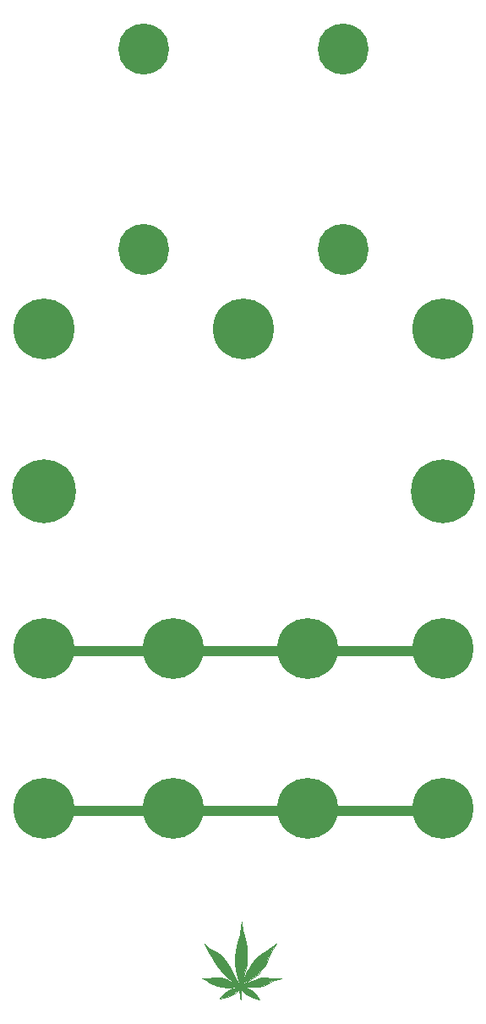
<source format=gbr>
G04 #@! TF.GenerationSoftware,KiCad,Pcbnew,(5.1.5-0)*
G04 #@! TF.CreationDate,2021-01-14T18:31:16-08:00*
G04 #@! TF.ProjectId,hypster,68797073-7465-4722-9e6b-696361645f70,rev?*
G04 #@! TF.SameCoordinates,Original*
G04 #@! TF.FileFunction,Copper,L1,Top*
G04 #@! TF.FilePolarity,Positive*
%FSLAX46Y46*%
G04 Gerber Fmt 4.6, Leading zero omitted, Abs format (unit mm)*
G04 Created by KiCad (PCBNEW (5.1.5-0)) date 2021-01-14 18:31:16*
%MOMM*%
%LPD*%
G04 APERTURE LIST*
%ADD10C,1.000000*%
%ADD11C,0.100000*%
%ADD12C,6.400000*%
%ADD13C,5.100000*%
%ADD14C,6.100000*%
G04 APERTURE END LIST*
D10*
X9750000Y-356250000D02*
X49750000Y-356250000D01*
X10250000Y-340250000D02*
X50250000Y-340250000D01*
D11*
G36*
X26596400Y-369774900D02*
G01*
X26913900Y-370016200D01*
X27479050Y-370333700D01*
X28075950Y-370765500D01*
X28450600Y-371146500D01*
X28850650Y-371711650D01*
X29447550Y-372892750D01*
X29746000Y-373457900D01*
X29758700Y-373470600D01*
X29428500Y-373496000D01*
X29326900Y-373445200D01*
X28971300Y-373197550D01*
X28564900Y-372829250D01*
X28234700Y-372480000D01*
X27879100Y-372048200D01*
X27599700Y-371629100D01*
X27409200Y-371375100D01*
X27155200Y-370917900D01*
X26901200Y-370549600D01*
X26659900Y-370130500D01*
X26380500Y-369571700D01*
X26596400Y-369774900D01*
G37*
X26596400Y-369774900D02*
X26913900Y-370016200D01*
X27479050Y-370333700D01*
X28075950Y-370765500D01*
X28450600Y-371146500D01*
X28850650Y-371711650D01*
X29447550Y-372892750D01*
X29746000Y-373457900D01*
X29758700Y-373470600D01*
X29428500Y-373496000D01*
X29326900Y-373445200D01*
X28971300Y-373197550D01*
X28564900Y-372829250D01*
X28234700Y-372480000D01*
X27879100Y-372048200D01*
X27599700Y-371629100D01*
X27409200Y-371375100D01*
X27155200Y-370917900D01*
X26901200Y-370549600D01*
X26659900Y-370130500D01*
X26380500Y-369571700D01*
X26596400Y-369774900D01*
G36*
X28002925Y-372953075D02*
G01*
X28339475Y-373048325D01*
X28603000Y-373140400D01*
X29301500Y-373546800D01*
X29331980Y-373574740D01*
X29339600Y-373559500D01*
X29339600Y-373572200D01*
X29331980Y-373574740D01*
X29250700Y-373737300D01*
X29644400Y-373877000D01*
X29434850Y-373902400D01*
X29041150Y-373927800D01*
X28564900Y-373927800D01*
X28120400Y-373864300D01*
X27637800Y-373750000D01*
X27244100Y-373635700D01*
X26837700Y-373407100D01*
X26520200Y-373178500D01*
X26113800Y-373051500D01*
X26761500Y-373000700D01*
X27294900Y-372962600D01*
X27758450Y-372956250D01*
X28002925Y-372953075D01*
G37*
X28002925Y-372953075D02*
X28339475Y-373048325D01*
X28603000Y-373140400D01*
X29301500Y-373546800D01*
X29331980Y-373574740D01*
X29339600Y-373559500D01*
X29339600Y-373572200D01*
X29331980Y-373574740D01*
X29250700Y-373737300D01*
X29644400Y-373877000D01*
X29434850Y-373902400D01*
X29041150Y-373927800D01*
X28564900Y-373927800D01*
X28120400Y-373864300D01*
X27637800Y-373750000D01*
X27244100Y-373635700D01*
X26837700Y-373407100D01*
X26520200Y-373178500D01*
X26113800Y-373051500D01*
X26761500Y-373000700D01*
X27294900Y-372962600D01*
X27758450Y-372956250D01*
X28002925Y-372953075D01*
G36*
X29866650Y-374016700D02*
G01*
X29498350Y-374448500D01*
X29060200Y-374721550D01*
X28679200Y-374861250D01*
X27929900Y-375026350D01*
X28412500Y-374499300D01*
X28806200Y-374232600D01*
X29174500Y-374029400D01*
X29644400Y-373953200D01*
X29669800Y-373953200D01*
X29866650Y-374016700D01*
G37*
X29866650Y-374016700D02*
X29498350Y-374448500D01*
X29060200Y-374721550D01*
X28679200Y-374861250D01*
X27929900Y-375026350D01*
X28412500Y-374499300D01*
X28806200Y-374232600D01*
X29174500Y-374029400D01*
X29644400Y-373953200D01*
X29669800Y-373953200D01*
X29866650Y-374016700D01*
G36*
X30000000Y-373534100D02*
G01*
X29788862Y-373727775D01*
X30007937Y-373823025D01*
X30758825Y-374365950D01*
X30577850Y-374461200D01*
X30000000Y-374004000D01*
X30012700Y-375096200D01*
X29898400Y-374956500D01*
X29892050Y-374067500D01*
X29936500Y-374067500D01*
X29555500Y-373851600D01*
X29269750Y-373699200D01*
X29434850Y-373419800D01*
X30000000Y-373534100D01*
G37*
X30000000Y-373534100D02*
X29788862Y-373727775D01*
X30007937Y-373823025D01*
X30758825Y-374365950D01*
X30577850Y-374461200D01*
X30000000Y-374004000D01*
X30012700Y-375096200D01*
X29898400Y-374956500D01*
X29892050Y-374067500D01*
X29936500Y-374067500D01*
X29555500Y-373851600D01*
X29269750Y-373699200D01*
X29434850Y-373419800D01*
X30000000Y-373534100D01*
G36*
X30641350Y-373991300D02*
G01*
X31193800Y-374270700D01*
X31520825Y-374597725D01*
X31655763Y-374827913D01*
X31887538Y-375097788D01*
X31581150Y-375013650D01*
X31327150Y-374937450D01*
X31149350Y-374873950D01*
X30774700Y-374740600D01*
X30415925Y-374546925D01*
X30155575Y-374261175D01*
X30031750Y-374099250D01*
X30095250Y-374137350D01*
X30069850Y-374073850D01*
X30133350Y-373902400D01*
X30641350Y-373991300D01*
G37*
X30641350Y-373991300D02*
X31193800Y-374270700D01*
X31520825Y-374597725D01*
X31655763Y-374827913D01*
X31887538Y-375097788D01*
X31581150Y-375013650D01*
X31327150Y-374937450D01*
X31149350Y-374873950D01*
X30774700Y-374740600D01*
X30415925Y-374546925D01*
X30155575Y-374261175D01*
X30031750Y-374099250D01*
X30095250Y-374137350D01*
X30069850Y-374073850D01*
X30133350Y-373902400D01*
X30641350Y-373991300D01*
G36*
X33073400Y-372988000D02*
G01*
X33505200Y-373013400D01*
X34083207Y-373023943D01*
X33403600Y-373178500D01*
X32971800Y-373369000D01*
X32628900Y-373584900D01*
X32209800Y-373750000D01*
X31676400Y-373838900D01*
X31231900Y-373864300D01*
X30654050Y-373845250D01*
X30076200Y-373826200D01*
X30012700Y-373750000D01*
X30228600Y-373686500D01*
X30235585Y-373635700D01*
X30551815Y-373508700D01*
X31085850Y-373280100D01*
X31638300Y-373076900D01*
X32032000Y-372962600D01*
X32476500Y-372962600D01*
X33073400Y-372988000D01*
G37*
X33073400Y-372988000D02*
X33505200Y-373013400D01*
X34083207Y-373023943D01*
X33403600Y-373178500D01*
X32971800Y-373369000D01*
X32628900Y-373584900D01*
X32209800Y-373750000D01*
X31676400Y-373838900D01*
X31231900Y-373864300D01*
X30654050Y-373845250D01*
X30076200Y-373826200D01*
X30012700Y-373750000D01*
X30228600Y-373686500D01*
X30235585Y-373635700D01*
X30551815Y-373508700D01*
X31085850Y-373280100D01*
X31638300Y-373076900D01*
X32032000Y-372962600D01*
X32476500Y-372962600D01*
X33073400Y-372988000D01*
G36*
X33060700Y-370333700D02*
G01*
X32819400Y-370829000D01*
X32616200Y-371286200D01*
X32355850Y-371806900D01*
X32082800Y-372162500D01*
X31771650Y-372575250D01*
X31301750Y-372968950D01*
X30800100Y-373305500D01*
X29695200Y-373902400D01*
X29720600Y-373572200D01*
X30025400Y-373521400D01*
X30273050Y-373083250D01*
X30488950Y-372619700D01*
X30654050Y-372289500D01*
X30838200Y-371997400D01*
X31003300Y-371679900D01*
X31282700Y-371324300D01*
X31562100Y-371006800D01*
X31892300Y-370714700D01*
X32235200Y-370486100D01*
X32616200Y-370232100D01*
X33009900Y-369965400D01*
X33543300Y-369571700D01*
X33060700Y-370333700D01*
G37*
X33060700Y-370333700D02*
X32819400Y-370829000D01*
X32616200Y-371286200D01*
X32355850Y-371806900D01*
X32082800Y-372162500D01*
X31771650Y-372575250D01*
X31301750Y-372968950D01*
X30800100Y-373305500D01*
X29695200Y-373902400D01*
X29720600Y-373572200D01*
X30025400Y-373521400D01*
X30273050Y-373083250D01*
X30488950Y-372619700D01*
X30654050Y-372289500D01*
X30838200Y-371997400D01*
X31003300Y-371679900D01*
X31282700Y-371324300D01*
X31562100Y-371006800D01*
X31892300Y-370714700D01*
X32235200Y-370486100D01*
X32616200Y-370232100D01*
X33009900Y-369965400D01*
X33543300Y-369571700D01*
X33060700Y-370333700D01*
G36*
X30215900Y-368200100D02*
G01*
X30317500Y-368682700D01*
X30431800Y-369139900D01*
X30514350Y-369470100D01*
X30577850Y-369851100D01*
X30622300Y-370371800D01*
X30622300Y-370905200D01*
X30571500Y-371489400D01*
X30508000Y-372010100D01*
X30365125Y-372505400D01*
X30066675Y-373521400D01*
X29853950Y-373470600D01*
X29619000Y-372556200D01*
X29445962Y-371692600D01*
X29461837Y-370905200D01*
X29514225Y-370244800D01*
X29676150Y-369470100D01*
X29911100Y-368657300D01*
X30038100Y-367882600D01*
X30101600Y-367361900D01*
X30215900Y-368200100D01*
G37*
X30215900Y-368200100D02*
X30317500Y-368682700D01*
X30431800Y-369139900D01*
X30514350Y-369470100D01*
X30577850Y-369851100D01*
X30622300Y-370371800D01*
X30622300Y-370905200D01*
X30571500Y-371489400D01*
X30508000Y-372010100D01*
X30365125Y-372505400D01*
X30066675Y-373521400D01*
X29853950Y-373470600D01*
X29619000Y-372556200D01*
X29445962Y-371692600D01*
X29461837Y-370905200D01*
X29514225Y-370244800D01*
X29676150Y-369470100D01*
X29911100Y-368657300D01*
X30038100Y-367882600D01*
X30101600Y-367361900D01*
X30215900Y-368200100D01*
D12*
X10250000Y-324250000D03*
X50250000Y-324250000D03*
D13*
X20250000Y-300000000D03*
X40250000Y-300000000D03*
X40250000Y-280000000D03*
X20250000Y-280000000D03*
D14*
X10250000Y-308000000D03*
X30250000Y-308000000D03*
X50250000Y-308000000D03*
X50250000Y-340000000D03*
X36750000Y-340000000D03*
X23250000Y-340000000D03*
X10250000Y-340000000D03*
X10250000Y-356000000D03*
X23250000Y-356000000D03*
X36750000Y-356000000D03*
X50250000Y-356000000D03*
M02*

</source>
